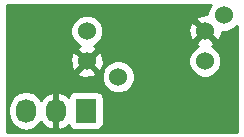
<source format=gbl>
G04 #@! TF.FileFunction,Copper,L2,Bot,Signal*
%FSLAX46Y46*%
G04 Gerber Fmt 4.6, Leading zero omitted, Abs format (unit mm)*
G04 Created by KiCad (PCBNEW 4.0.2-stable) date Monday, December 26, 2016 'PMt' 06:26:59 PM*
%MOMM*%
G01*
G04 APERTURE LIST*
%ADD10C,0.100000*%
%ADD11C,1.524000*%
%ADD12R,1.727200X2.032000*%
%ADD13O,1.727200X2.032000*%
%ADD14C,0.254000*%
G04 APERTURE END LIST*
D10*
D11*
X162810000Y-107255000D03*
X153860000Y-112455000D03*
X161210000Y-108585000D03*
X161210000Y-111125000D03*
X151210000Y-108585000D03*
X151210000Y-111125000D03*
D12*
X151130000Y-115316000D03*
D13*
X148590000Y-115316000D03*
X146050000Y-115316000D03*
D14*
G36*
X161626371Y-106462630D02*
X161413243Y-106975900D01*
X161413068Y-107176088D01*
X160862632Y-107203638D01*
X160478857Y-107362603D01*
X160409392Y-107604787D01*
X161210000Y-108405395D01*
X161224143Y-108391253D01*
X161403748Y-108570858D01*
X161389605Y-108585000D01*
X162190213Y-109385608D01*
X162432397Y-109316143D01*
X162619144Y-108792698D01*
X162612093Y-108651828D01*
X163086661Y-108652242D01*
X163600303Y-108440010D01*
X163882000Y-108158804D01*
X163882000Y-117146000D01*
X144474000Y-117146000D01*
X144474000Y-115131255D01*
X144551400Y-115131255D01*
X144551400Y-115500745D01*
X144665474Y-116074234D01*
X144990330Y-116560415D01*
X145476511Y-116885271D01*
X146050000Y-116999345D01*
X146623489Y-116885271D01*
X147109670Y-116560415D01*
X147316461Y-116250931D01*
X147687964Y-116666732D01*
X148215209Y-116920709D01*
X148230974Y-116923358D01*
X148463000Y-116802217D01*
X148463000Y-115443000D01*
X148443000Y-115443000D01*
X148443000Y-115189000D01*
X148463000Y-115189000D01*
X148463000Y-113829783D01*
X148717000Y-113829783D01*
X148717000Y-115189000D01*
X148737000Y-115189000D01*
X148737000Y-115443000D01*
X148717000Y-115443000D01*
X148717000Y-116802217D01*
X148949026Y-116923358D01*
X148964791Y-116920709D01*
X149492036Y-116666732D01*
X149648907Y-116491155D01*
X149663238Y-116567317D01*
X149802310Y-116783441D01*
X150014510Y-116928431D01*
X150266400Y-116979440D01*
X151993600Y-116979440D01*
X152228917Y-116935162D01*
X152445041Y-116796090D01*
X152590031Y-116583890D01*
X152641040Y-116332000D01*
X152641040Y-114300000D01*
X152596762Y-114064683D01*
X152457690Y-113848559D01*
X152245490Y-113703569D01*
X151993600Y-113652560D01*
X150266400Y-113652560D01*
X150031083Y-113696838D01*
X149814959Y-113835910D01*
X149669969Y-114048110D01*
X149650768Y-114142927D01*
X149492036Y-113965268D01*
X148964791Y-113711291D01*
X148949026Y-113708642D01*
X148717000Y-113829783D01*
X148463000Y-113829783D01*
X148230974Y-113708642D01*
X148215209Y-113711291D01*
X147687964Y-113965268D01*
X147316461Y-114381069D01*
X147109670Y-114071585D01*
X146623489Y-113746729D01*
X146050000Y-113632655D01*
X145476511Y-113746729D01*
X144990330Y-114071585D01*
X144665474Y-114557766D01*
X144551400Y-115131255D01*
X144474000Y-115131255D01*
X144474000Y-112731661D01*
X152462758Y-112731661D01*
X152674990Y-113245303D01*
X153067630Y-113638629D01*
X153580900Y-113851757D01*
X154136661Y-113852242D01*
X154650303Y-113640010D01*
X155043629Y-113247370D01*
X155256757Y-112734100D01*
X155257242Y-112178339D01*
X155045010Y-111664697D01*
X154782433Y-111401661D01*
X159812758Y-111401661D01*
X160024990Y-111915303D01*
X160417630Y-112308629D01*
X160930900Y-112521757D01*
X161486661Y-112522242D01*
X162000303Y-112310010D01*
X162393629Y-111917370D01*
X162606757Y-111404100D01*
X162607242Y-110848339D01*
X162395010Y-110334697D01*
X162002370Y-109941371D01*
X161810273Y-109861605D01*
X161941143Y-109807397D01*
X162010608Y-109565213D01*
X161210000Y-108764605D01*
X160409392Y-109565213D01*
X160478857Y-109807397D01*
X160619318Y-109857509D01*
X160419697Y-109939990D01*
X160026371Y-110332630D01*
X159813243Y-110845900D01*
X159812758Y-111401661D01*
X154782433Y-111401661D01*
X154652370Y-111271371D01*
X154139100Y-111058243D01*
X153583339Y-111057758D01*
X153069697Y-111269990D01*
X152676371Y-111662630D01*
X152463243Y-112175900D01*
X152462758Y-112731661D01*
X144474000Y-112731661D01*
X144474000Y-112105213D01*
X150409392Y-112105213D01*
X150478857Y-112347397D01*
X151002302Y-112534144D01*
X151557368Y-112506362D01*
X151941143Y-112347397D01*
X152010608Y-112105213D01*
X151210000Y-111304605D01*
X150409392Y-112105213D01*
X144474000Y-112105213D01*
X144474000Y-110917302D01*
X149800856Y-110917302D01*
X149828638Y-111472368D01*
X149987603Y-111856143D01*
X150229787Y-111925608D01*
X151030395Y-111125000D01*
X151389605Y-111125000D01*
X152190213Y-111925608D01*
X152432397Y-111856143D01*
X152619144Y-111332698D01*
X152591362Y-110777632D01*
X152432397Y-110393857D01*
X152190213Y-110324392D01*
X151389605Y-111125000D01*
X151030395Y-111125000D01*
X150229787Y-110324392D01*
X149987603Y-110393857D01*
X149800856Y-110917302D01*
X144474000Y-110917302D01*
X144474000Y-108861661D01*
X149812758Y-108861661D01*
X150024990Y-109375303D01*
X150417630Y-109768629D01*
X150609727Y-109848395D01*
X150478857Y-109902603D01*
X150409392Y-110144787D01*
X151210000Y-110945395D01*
X152010608Y-110144787D01*
X151941143Y-109902603D01*
X151800682Y-109852491D01*
X152000303Y-109770010D01*
X152393629Y-109377370D01*
X152606757Y-108864100D01*
X152607181Y-108377302D01*
X159800856Y-108377302D01*
X159828638Y-108932368D01*
X159987603Y-109316143D01*
X160229787Y-109385608D01*
X161030395Y-108585000D01*
X160229787Y-107784392D01*
X159987603Y-107853857D01*
X159800856Y-108377302D01*
X152607181Y-108377302D01*
X152607242Y-108308339D01*
X152395010Y-107794697D01*
X152002370Y-107401371D01*
X151489100Y-107188243D01*
X150933339Y-107187758D01*
X150419697Y-107399990D01*
X150026371Y-107792630D01*
X149813243Y-108305900D01*
X149812758Y-108861661D01*
X144474000Y-108861661D01*
X144474000Y-106374000D01*
X161715156Y-106374000D01*
X161626371Y-106462630D01*
X161626371Y-106462630D01*
G37*
X161626371Y-106462630D02*
X161413243Y-106975900D01*
X161413068Y-107176088D01*
X160862632Y-107203638D01*
X160478857Y-107362603D01*
X160409392Y-107604787D01*
X161210000Y-108405395D01*
X161224143Y-108391253D01*
X161403748Y-108570858D01*
X161389605Y-108585000D01*
X162190213Y-109385608D01*
X162432397Y-109316143D01*
X162619144Y-108792698D01*
X162612093Y-108651828D01*
X163086661Y-108652242D01*
X163600303Y-108440010D01*
X163882000Y-108158804D01*
X163882000Y-117146000D01*
X144474000Y-117146000D01*
X144474000Y-115131255D01*
X144551400Y-115131255D01*
X144551400Y-115500745D01*
X144665474Y-116074234D01*
X144990330Y-116560415D01*
X145476511Y-116885271D01*
X146050000Y-116999345D01*
X146623489Y-116885271D01*
X147109670Y-116560415D01*
X147316461Y-116250931D01*
X147687964Y-116666732D01*
X148215209Y-116920709D01*
X148230974Y-116923358D01*
X148463000Y-116802217D01*
X148463000Y-115443000D01*
X148443000Y-115443000D01*
X148443000Y-115189000D01*
X148463000Y-115189000D01*
X148463000Y-113829783D01*
X148717000Y-113829783D01*
X148717000Y-115189000D01*
X148737000Y-115189000D01*
X148737000Y-115443000D01*
X148717000Y-115443000D01*
X148717000Y-116802217D01*
X148949026Y-116923358D01*
X148964791Y-116920709D01*
X149492036Y-116666732D01*
X149648907Y-116491155D01*
X149663238Y-116567317D01*
X149802310Y-116783441D01*
X150014510Y-116928431D01*
X150266400Y-116979440D01*
X151993600Y-116979440D01*
X152228917Y-116935162D01*
X152445041Y-116796090D01*
X152590031Y-116583890D01*
X152641040Y-116332000D01*
X152641040Y-114300000D01*
X152596762Y-114064683D01*
X152457690Y-113848559D01*
X152245490Y-113703569D01*
X151993600Y-113652560D01*
X150266400Y-113652560D01*
X150031083Y-113696838D01*
X149814959Y-113835910D01*
X149669969Y-114048110D01*
X149650768Y-114142927D01*
X149492036Y-113965268D01*
X148964791Y-113711291D01*
X148949026Y-113708642D01*
X148717000Y-113829783D01*
X148463000Y-113829783D01*
X148230974Y-113708642D01*
X148215209Y-113711291D01*
X147687964Y-113965268D01*
X147316461Y-114381069D01*
X147109670Y-114071585D01*
X146623489Y-113746729D01*
X146050000Y-113632655D01*
X145476511Y-113746729D01*
X144990330Y-114071585D01*
X144665474Y-114557766D01*
X144551400Y-115131255D01*
X144474000Y-115131255D01*
X144474000Y-112731661D01*
X152462758Y-112731661D01*
X152674990Y-113245303D01*
X153067630Y-113638629D01*
X153580900Y-113851757D01*
X154136661Y-113852242D01*
X154650303Y-113640010D01*
X155043629Y-113247370D01*
X155256757Y-112734100D01*
X155257242Y-112178339D01*
X155045010Y-111664697D01*
X154782433Y-111401661D01*
X159812758Y-111401661D01*
X160024990Y-111915303D01*
X160417630Y-112308629D01*
X160930900Y-112521757D01*
X161486661Y-112522242D01*
X162000303Y-112310010D01*
X162393629Y-111917370D01*
X162606757Y-111404100D01*
X162607242Y-110848339D01*
X162395010Y-110334697D01*
X162002370Y-109941371D01*
X161810273Y-109861605D01*
X161941143Y-109807397D01*
X162010608Y-109565213D01*
X161210000Y-108764605D01*
X160409392Y-109565213D01*
X160478857Y-109807397D01*
X160619318Y-109857509D01*
X160419697Y-109939990D01*
X160026371Y-110332630D01*
X159813243Y-110845900D01*
X159812758Y-111401661D01*
X154782433Y-111401661D01*
X154652370Y-111271371D01*
X154139100Y-111058243D01*
X153583339Y-111057758D01*
X153069697Y-111269990D01*
X152676371Y-111662630D01*
X152463243Y-112175900D01*
X152462758Y-112731661D01*
X144474000Y-112731661D01*
X144474000Y-112105213D01*
X150409392Y-112105213D01*
X150478857Y-112347397D01*
X151002302Y-112534144D01*
X151557368Y-112506362D01*
X151941143Y-112347397D01*
X152010608Y-112105213D01*
X151210000Y-111304605D01*
X150409392Y-112105213D01*
X144474000Y-112105213D01*
X144474000Y-110917302D01*
X149800856Y-110917302D01*
X149828638Y-111472368D01*
X149987603Y-111856143D01*
X150229787Y-111925608D01*
X151030395Y-111125000D01*
X151389605Y-111125000D01*
X152190213Y-111925608D01*
X152432397Y-111856143D01*
X152619144Y-111332698D01*
X152591362Y-110777632D01*
X152432397Y-110393857D01*
X152190213Y-110324392D01*
X151389605Y-111125000D01*
X151030395Y-111125000D01*
X150229787Y-110324392D01*
X149987603Y-110393857D01*
X149800856Y-110917302D01*
X144474000Y-110917302D01*
X144474000Y-108861661D01*
X149812758Y-108861661D01*
X150024990Y-109375303D01*
X150417630Y-109768629D01*
X150609727Y-109848395D01*
X150478857Y-109902603D01*
X150409392Y-110144787D01*
X151210000Y-110945395D01*
X152010608Y-110144787D01*
X151941143Y-109902603D01*
X151800682Y-109852491D01*
X152000303Y-109770010D01*
X152393629Y-109377370D01*
X152606757Y-108864100D01*
X152607181Y-108377302D01*
X159800856Y-108377302D01*
X159828638Y-108932368D01*
X159987603Y-109316143D01*
X160229787Y-109385608D01*
X161030395Y-108585000D01*
X160229787Y-107784392D01*
X159987603Y-107853857D01*
X159800856Y-108377302D01*
X152607181Y-108377302D01*
X152607242Y-108308339D01*
X152395010Y-107794697D01*
X152002370Y-107401371D01*
X151489100Y-107188243D01*
X150933339Y-107187758D01*
X150419697Y-107399990D01*
X150026371Y-107792630D01*
X149813243Y-108305900D01*
X149812758Y-108861661D01*
X144474000Y-108861661D01*
X144474000Y-106374000D01*
X161715156Y-106374000D01*
X161626371Y-106462630D01*
M02*

</source>
